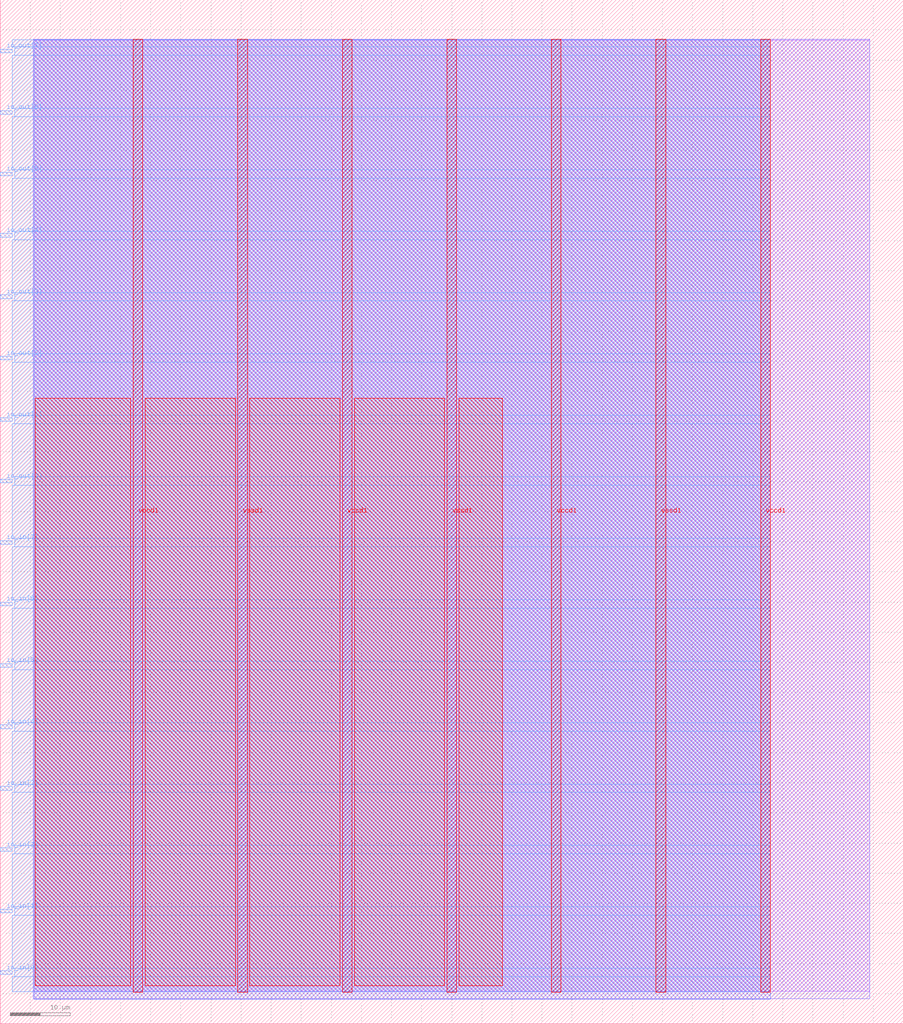
<source format=lef>
VERSION 5.7 ;
  NOWIREEXTENSIONATPIN ON ;
  DIVIDERCHAR "/" ;
  BUSBITCHARS "[]" ;
MACRO user_module_347594509754827347
  CLASS BLOCK ;
  FOREIGN user_module_347594509754827347 ;
  ORIGIN 0.000 0.000 ;
  SIZE 150.000 BY 170.000 ;
  PIN io_in[0]
    DIRECTION INPUT ;
    USE SIGNAL ;
    PORT
      LAYER met3 ;
        RECT 0.000 8.200 2.000 8.800 ;
    END
  END io_in[0]
  PIN io_in[1]
    DIRECTION INPUT ;
    USE SIGNAL ;
    PORT
      LAYER met3 ;
        RECT 0.000 18.400 2.000 19.000 ;
    END
  END io_in[1]
  PIN io_in[2]
    DIRECTION INPUT ;
    USE SIGNAL ;
    PORT
      LAYER met3 ;
        RECT 0.000 28.600 2.000 29.200 ;
    END
  END io_in[2]
  PIN io_in[3]
    DIRECTION INPUT ;
    USE SIGNAL ;
    PORT
      LAYER met3 ;
        RECT 0.000 38.800 2.000 39.400 ;
    END
  END io_in[3]
  PIN io_in[4]
    DIRECTION INPUT ;
    USE SIGNAL ;
    PORT
      LAYER met3 ;
        RECT 0.000 49.000 2.000 49.600 ;
    END
  END io_in[4]
  PIN io_in[5]
    DIRECTION INPUT ;
    USE SIGNAL ;
    PORT
      LAYER met3 ;
        RECT 0.000 59.200 2.000 59.800 ;
    END
  END io_in[5]
  PIN io_in[6]
    DIRECTION INPUT ;
    USE SIGNAL ;
    PORT
      LAYER met3 ;
        RECT 0.000 69.400 2.000 70.000 ;
    END
  END io_in[6]
  PIN io_in[7]
    DIRECTION INPUT ;
    USE SIGNAL ;
    PORT
      LAYER met3 ;
        RECT 0.000 79.600 2.000 80.200 ;
    END
  END io_in[7]
  PIN io_out[0]
    DIRECTION OUTPUT TRISTATE ;
    USE SIGNAL ;
    PORT
      LAYER met3 ;
        RECT 0.000 89.800 2.000 90.400 ;
    END
  END io_out[0]
  PIN io_out[1]
    DIRECTION OUTPUT TRISTATE ;
    USE SIGNAL ;
    PORT
      LAYER met3 ;
        RECT 0.000 100.000 2.000 100.600 ;
    END
  END io_out[1]
  PIN io_out[2]
    DIRECTION OUTPUT TRISTATE ;
    USE SIGNAL ;
    PORT
      LAYER met3 ;
        RECT 0.000 110.200 2.000 110.800 ;
    END
  END io_out[2]
  PIN io_out[3]
    DIRECTION OUTPUT TRISTATE ;
    USE SIGNAL ;
    PORT
      LAYER met3 ;
        RECT 0.000 120.400 2.000 121.000 ;
    END
  END io_out[3]
  PIN io_out[4]
    DIRECTION OUTPUT TRISTATE ;
    USE SIGNAL ;
    PORT
      LAYER met3 ;
        RECT 0.000 130.600 2.000 131.200 ;
    END
  END io_out[4]
  PIN io_out[5]
    DIRECTION OUTPUT TRISTATE ;
    USE SIGNAL ;
    PORT
      LAYER met3 ;
        RECT 0.000 140.800 2.000 141.400 ;
    END
  END io_out[5]
  PIN io_out[6]
    DIRECTION OUTPUT TRISTATE ;
    USE SIGNAL ;
    PORT
      LAYER met3 ;
        RECT 0.000 151.000 2.000 151.600 ;
    END
  END io_out[6]
  PIN io_out[7]
    DIRECTION OUTPUT TRISTATE ;
    USE SIGNAL ;
    PORT
      LAYER met3 ;
        RECT 0.000 161.200 2.000 161.800 ;
    END
  END io_out[7]
  PIN vccd1
    DIRECTION INOUT ;
    USE POWER ;
    PORT
      LAYER met4 ;
        RECT 22.090 5.200 23.690 163.440 ;
    END
    PORT
      LAYER met4 ;
        RECT 56.830 5.200 58.430 163.440 ;
    END
    PORT
      LAYER met4 ;
        RECT 91.570 5.200 93.170 163.440 ;
    END
    PORT
      LAYER met4 ;
        RECT 126.310 5.200 127.910 163.440 ;
    END
  END vccd1
  PIN vssd1
    DIRECTION INOUT ;
    USE GROUND ;
    PORT
      LAYER met4 ;
        RECT 39.460 5.200 41.060 163.440 ;
    END
    PORT
      LAYER met4 ;
        RECT 74.200 5.200 75.800 163.440 ;
    END
    PORT
      LAYER met4 ;
        RECT 108.940 5.200 110.540 163.440 ;
    END
  END vssd1
  OBS
      LAYER li1 ;
        RECT 5.520 5.355 144.440 163.285 ;
      LAYER met1 ;
        RECT 5.520 4.120 144.440 163.440 ;
      LAYER met2 ;
        RECT 5.620 4.090 127.880 163.385 ;
      LAYER met3 ;
        RECT 2.000 162.200 127.900 163.365 ;
        RECT 2.400 160.800 127.900 162.200 ;
        RECT 2.000 152.000 127.900 160.800 ;
        RECT 2.400 150.600 127.900 152.000 ;
        RECT 2.000 141.800 127.900 150.600 ;
        RECT 2.400 140.400 127.900 141.800 ;
        RECT 2.000 131.600 127.900 140.400 ;
        RECT 2.400 130.200 127.900 131.600 ;
        RECT 2.000 121.400 127.900 130.200 ;
        RECT 2.400 120.000 127.900 121.400 ;
        RECT 2.000 111.200 127.900 120.000 ;
        RECT 2.400 109.800 127.900 111.200 ;
        RECT 2.000 101.000 127.900 109.800 ;
        RECT 2.400 99.600 127.900 101.000 ;
        RECT 2.000 90.800 127.900 99.600 ;
        RECT 2.400 89.400 127.900 90.800 ;
        RECT 2.000 80.600 127.900 89.400 ;
        RECT 2.400 79.200 127.900 80.600 ;
        RECT 2.000 70.400 127.900 79.200 ;
        RECT 2.400 69.000 127.900 70.400 ;
        RECT 2.000 60.200 127.900 69.000 ;
        RECT 2.400 58.800 127.900 60.200 ;
        RECT 2.000 50.000 127.900 58.800 ;
        RECT 2.400 48.600 127.900 50.000 ;
        RECT 2.000 39.800 127.900 48.600 ;
        RECT 2.400 38.400 127.900 39.800 ;
        RECT 2.000 29.600 127.900 38.400 ;
        RECT 2.400 28.200 127.900 29.600 ;
        RECT 2.000 19.400 127.900 28.200 ;
        RECT 2.400 18.000 127.900 19.400 ;
        RECT 2.000 9.200 127.900 18.000 ;
        RECT 2.400 7.800 127.900 9.200 ;
        RECT 2.000 5.275 127.900 7.800 ;
      LAYER met4 ;
        RECT 5.815 6.295 21.690 103.865 ;
        RECT 24.090 6.295 39.060 103.865 ;
        RECT 41.460 6.295 56.430 103.865 ;
        RECT 58.830 6.295 73.800 103.865 ;
        RECT 76.200 6.295 83.425 103.865 ;
  END
END user_module_347594509754827347
END LIBRARY


</source>
